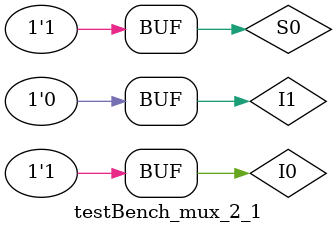
<source format=sv>
module testBench_mux_2_1();
  reg S0,I0,I1;
  wire Y;
  
  mux_2_1 mux21(Y,I0,I1,S0);
  
  initial begin
    S0=0;I0=1;I1=0;
    
    $dumpfile("dump.vcd");
    $dumpvars(1,testBench_mux_2_1);
    
    $monitor($time," I0 = %b,I1 = %b,SO = %b,Y = %b",I0,I1,S0,Y);
    
    #5;S0 = 0;
    #5;S0 = 1;
  end
  
endmodule
</source>
